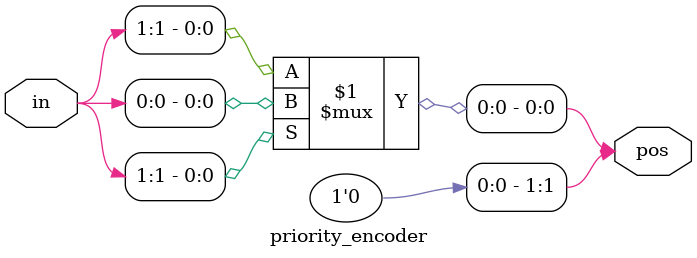
<source format=v>
module priority_encoder( 
input [2:0] in,
output reg [1:0] pos ); 
// When sel=1, assign b to out
assign pos = in[1] ? in[0] : in[1];
endmodule

</source>
